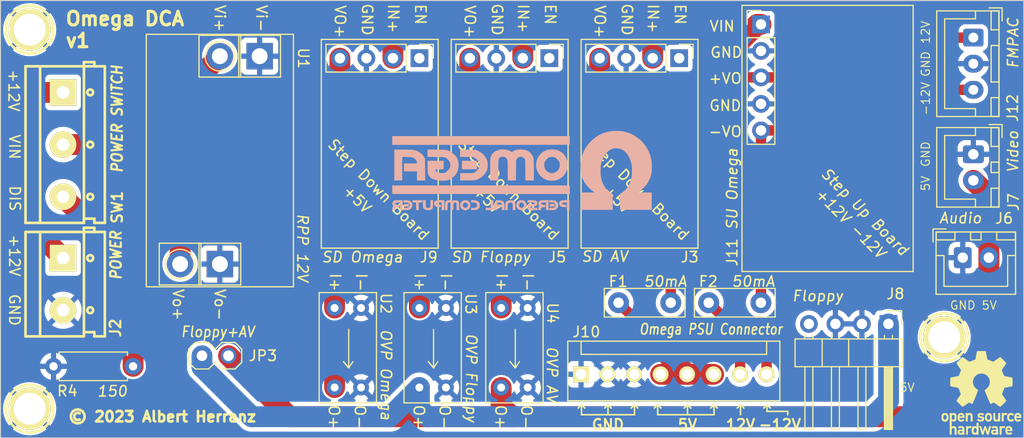
<source format=kicad_pcb>
(kicad_pcb (version 20221018) (generator pcbnew)
  (layers (0 "F.Cu" mixed) (31 "B.Cu" power) (34 "B.Paste" user) (35 "F.Paste" user) (36 "B.SilkS" user "B.Silkscreen") (37 "F.SilkS" user "F.Silkscreen") (38 "B.Mask" user) (39 "F.Mask" user) (44 "Edge.Cuts" user))
  (net 0 "")
  (net 1 "GND")
  (net 2 "VDD")
  (net 3 "Net-(F1-Pad2)")
  (net 4 "VSS")
  (net 5 "Net-(F2-Pad2)")
  (net 7 "/AV_5V")
  (net 9 "/FLOPPY_5V")
  (net 10 "/OMEGA_5V")
  (net 11 "/VIN")
  (net 12 "Net-(R4-Pad1)")
  (net 15 "/12V IN")
  (net 16 "+12V")
  (net 17 "Net-(J9-PadVO+)")
  (net 18 "Net-(J5-PadVO+)")
  (net 19 "Net-(J3-PadVO+)")
  (footprint "My_Components:Conn_Friction_Lock_8P_2.54mm" (layer "F.Cu") (at 80.518 140.716)
    (fp_text reference "J10" (at -8.382 -4.064) (layer "F.SilkS"))
    (fp_text value "Omega PSU Connector" (at 3.556 -4.318) (layer "F.SilkS") (effects (font (size 1 0.8) (thickness 0.15) italic)))
    (pad "1" thru_hole rect (at -8.89 0) (size 1.524 1.524) (drill 1.016) (layers "*.Cu" "*.Mask" "F.SilkS") (net 1 "GND"))
    (pad "2" thru_hole circle (at -6.35 0) (size 1.524 1.524) (drill 1.016) (layers "*.Cu" "*.Mask" "F.SilkS") (net 1 "GND"))
    (pad "3" thru_hole circle (at -3.81 0) (size 1.524 1.524) (drill 1.016) (layers "*.Cu" "*.Mask" "F.SilkS") (net 1 "GND"))
    (pad "4" thru_hole circle (at -1.27 0) (size 1.524 1.524) (drill 1.016) (layers "*.Cu" "*.Mask" "F.SilkS") (net 10 "/OMEGA_5V"))
    (pad "5" thru_hole circle (at 1.27 0) (size 1.524 1.524) (drill 1.016) (layers "*.Cu" "*.Mask" "F.SilkS") (net 10 "/OMEGA_5V"))
    (pad "6" thru_hole circle (at 3.81 0) (size 1.524 1.524) (drill 1.016) (layers "*.Cu" "*.Mask" "F.SilkS") (net 10 "/OMEGA_5V"))
    (pad "7" thru_hole circle (at 6.35 0) (size 1.524 1.524) (drill 1.016) (layers "*.Cu" "*.Mask" "F.SilkS") (net 3 "Net-(F1-Pad2)"))
    (pad "8" thru_hole circle (at 8.89 0) (size 1.524 1.524) (drill 1.016) (layers "*.Cu" "*.Mask" "F.SilkS") (net 5 "Net-(F2-Pad2)"))
  )
  (footprint "Capacitor_THT:C_Disc_D7.5mm_W2.5mm_P5.00mm" (layer "F.Cu") (at 88.86 133.858 180)
    (fp_text reference "F2" (at 5.04 2.032) (layer "F.SilkS"))
    (fp_text value "50mA" (at 0.722 2.032) (layer "F.SilkS") (effects (font (thickness 0.15) italic)))
    (pad "1" thru_hole circle (at 0 0 180) (size 2 2) (drill 1) (layers "*.Cu" "*.Mask") (net 4 "VSS"))
    (pad "2" thru_hole circle (at 5 0 180) (size 2 2) (drill 1) (layers "*.Cu" "*.Mask") (net 5 "Net-(F2-Pad2)"))
  )
  (footprint "My_Components:Conn_Pin_Header_2x1_2.54mm_NoKey" (layer "F.Cu") (at 36.576 138.938)
    (fp_text reference "JP3" (at 4.572 0) (layer "F.SilkS"))
    (fp_text value "Floppy+AV" (at 0.254 -2.286) (layer "F.SilkS") (effects (font (size 1 0.9) (thickness 0.15) italic)))
    (pad "1" thru_hole circle (at -1.27 0) (size 1.524 1.524) (drill 1.016) (layers "*.Cu" "*.Mask") (net 9 "/FLOPPY_5V"))
    (pad "2" thru_hole circle (at 1.27 0) (size 1.524 1.524) (drill 1.016) (layers "*.Cu" "*.Mask") (net 7 "/AV_5V"))
  )
  (footprint "My_Components:StepDown_DC-DC_MP2315" (layer "F.Cu") (at 60.3395 122.428 180)
    (fp_text reference "J9" (at 3.302 -7.0612) (layer "F.SilkS"))
    (fp_text value "SD Omega" (at 9.652 -7.0612) (layer "F.SilkS") (effects (font (thickness 0.15) italic)))
    (fp_text user "VO+" (at 11.8 15.5 270 unlocked) (layer "F.SilkS"))
    (fp_text user "EN" (at 4.1 16.2 270 unlocked) (layer "F.SilkS"))
    (fp_text user "+5V" (at 10.16 -1.524 315 unlocked) (layer "F.SilkS"))
    (fp_text user "GND" (at 9.2 15.7 270 unlocked) (layer "F.SilkS"))
    (fp_text user "Step Down Board" (at 8.1 -0.6 315 unlocked) (layer "F.SilkS"))
    (fp_text user "IN+" (at 6.7 15.8 270 unlocked) (layer "F.SilkS"))
    (pad "EN" thru_hole rect (at 4.2 12 270) (size 1.7 1.7) (drill 1) (layers "*.Cu" "*.Mask"))
    (pad "GND" thru_hole oval (at 9.28 12 270) (size 1.7 1.7) (drill 1) (layers "*.Cu" "*.Mask") (net 1 "GND"))
    (pad "IN+" thru_hole oval (at 6.74 12 270) (size 1.7 1.7) (drill 1) (layers "*.Cu" "*.Mask") (net 11 "/VIN"))
    (pad "VO+" thru_hole oval (at 11.82 12 270) (size 1.7 1.7) (drill 1) (layers "*.Cu" "*.Mask") (net 17 "Net-(J9-PadVO+)"))
  )
  (footprint "Connector_JST:JST_XH_B2B-XH-A_1x02_P2.50mm_Vertical" (layer "F.Cu") (at 109.22 119.634 -90)
    (fp_text reference "J7" (at 4.576 -3.843 90) (layer "F.SilkS"))
    (fp_text value "Video" (at -0.274 -3.793 90) (layer "F.SilkS") (effects (font (thickness 0.15) italic)))
    (pad "1" thru_hole roundrect (at 0 0 270) (size 1.7 2) (drill 1) (layers "*.Cu" "*.Mask") (roundrect_rratio 0.1470588235) (net 1 "GND"))
    (pad "2" thru_hole oval (at 2.5 0 270) (size 1.7 2) (drill 1) (layers "*.Cu" "*.Mask") (net 7 "/AV_5V"))
  )
  (footprint "My_Components:Conn_Term_Block_3_5.00mm" (layer "F.Cu") (at 21.99614 118.7064 -90)
    (fp_text reference "SW1" (at 6.01 -5.18 90) (layer "F.SilkS") (effects (font (size 1.016 1.016) (thickness 0.2032))))
    (fp_text value "POWER SWITCH" (at -2.46 -5.18 90) (layer "F.SilkS") (effects (font (size 1.016 0.9144) (thickness 0.2032) italic)))
    (pad "1" thru_hole rect (at -4.99872 0 270) (size 2.54 2.54) (drill 1.19888) (layers "*.Cu" "*.Mask" "F.SilkS") (net 16 "+12V"))
    (pad "2" thru_hole circle (at 0 0 270) (size 2.54 2.54) (drill 1.19888) (layers "*.Cu" "*.Mask" "F.SilkS") (net 15 "/12V IN"))
    (pad "3" thru_hole circle (at 5.00126 0 270) (size 2.54 2.54) (drill 1.19888) (layers "*.Cu" "*.Mask" "F.SilkS") (net 12 "Net-(R4-Pad1)"))
  )
  (footprint "Resistor_THT:R_Axial_DIN0207_L6.3mm_D2.5mm_P7.62mm_Horizontal" (layer "F.Cu") (at 28.702 139.954 180)
    (fp_text reference "R4" (at 6.2992 -2.37) (layer "F.SilkS"))
    (fp_text value "150" (at 1.9812 -2.3876) (layer "F.SilkS") (effects (font (thickness 0.15) italic)))
    (pad "1" thru_hole circle (at 0 0 180) (size 1.6 1.6) (drill 0.8) (layers "*.Cu" "*.Mask") (net 12 "Net-(R4-Pad1)"))
    (pad "2" thru_hole oval (at 7.62 0 180) (size 1.6 1.6) (drill 0.8) (layers "*.Cu" "*.Mask") (net 1 "GND"))
  )
  (footprint "My_Components:StepUp_DC-DC_Dual" (layer "F.Cu") (at 93.95 112.268 -90)
    (fp_text reference "J11" (at 16.764 7.844 90) (layer "F.SilkS"))
    (fp_text value "SU Omega" (at 10.668 7.844 90) (layer "F.SilkS") (effects (font (thickness 0.15) italic)))
    (fp_text user "+VO" (at 0.1 8.5 unlocked) (layer "F.SilkS"))
    (fp_text user "GND" (at -2.4 8.4 unlocked) (layer "F.SilkS"))
    (fp_text user "GND" (at 2.7 8.5 unlocked) (layer "F.SilkS"))
    (fp_text user "Step Up Board" (at 12.9 -4.9 -45 unlocked) (layer "F.SilkS") (effects (font (thickness 0.15) italic)))
    (fp_text user "VIN" (at -4.9 8.8 unlocked) (layer "F.SilkS"))
    (fp_text user "-VO" (at 5.2 8.5 unlocked) (layer "F.SilkS"))
    (fp_text user "+12V -12V" (at 14 -3.5 -45 unlocked) (layer "F.SilkS") (effects (font (thickness 0.15) italic)))
    (pad "1" thru_hole rect (at -5.08 5.08) (size 1.7 1.7) (drill 1) (layers "*.Cu" "*.Mask") (net 10 "/OMEGA_5V"))
    (pad "2" thru_hole oval (at -2.54 5.08) (size 1.7 1.7) (drill 1) (layers "*.Cu" "*.Mask") (net 1 "GND"))
    (pad "3" thru_hole oval (at 0 5.08) (size 1.7 1.7) (drill 1) (layers "*.Cu" "*.Mask") (net 2 "VDD"))
    (pad "4" thru_hole oval (at 2.54 5.08) (size 1.7 1.7) (drill 1) (layers "*.Cu" "*.Mask") (net 1 "GND"))
    (pad "5" thru_hole oval (at 5.08 5.08) (size 1.7 1.7) (drill 1) (layers "*.Cu" "*.Mask") (net 4 "VSS"))
  )
  (footprint "Symbol:OSHW-Logo_7.5x8mm_SilkScreen" (layer "F.Cu") (at 109.982 142.494)
    (fp_text reference "REF**" hide)
    (fp_text value "OSHW-Logo_7.5x8mm_SilkScreen" hide)
  )
  (footprint "Connector_JST:JST_XH_B3B-XH-A_1x03_P2.50mm_Vertical" (layer "F.Cu") (at 109.22 108.458 -90)
    (fp_text reference "J12" (at 5.306 -3.7618 90) (layer "F.SilkS") (effects (justify right)))
    (fp_text value "FMPAC" (at 0.508 -3.81 90) (layer "F.SilkS") (effects (font (thickness 0.15) italic)))
    (pad "1" thru_hole roundrect (at 0 0 270) (size 1.7 1.95) (drill 0.95) (layers "*.Cu" "*.Mask") (roundrect_rratio 0.1470588235) (net 2 "VDD"))
    (pad "2" thru_hole oval (at 2.5 0 270) (size 1.7 1.95) (drill 0.95) (layers "*.Cu" "*.Mask") (net 1 "GND"))
    (pad "3" thru_hole oval (at 5 0 270) (size 1.7 1.95) (drill 0.95) (layers "*.Cu" "*.Mask") (net 4 "VSS"))
  )
  (footprint "My_Components:StepDown_DC-DC_MP2315" (layer "F.Cu") (at 85.2315 122.428 180)
    (fp_text reference "J3" (at 3.1895 -7.0612) (layer "F.SilkS"))
    (fp_text value "SD AV" (at 11.3175 -7) (layer "F.SilkS") (effects (font (thickness 0.15) italic)))
    (fp_text user "GND" (at 9.2 15.7 270 unlocked) (layer "F.SilkS"))
    (fp_text user "IN+" (at 6.7 15.8 270 unlocked) (layer "F.SilkS"))
    (fp_text user "Step Down Board" (at 8.1 -0.6 315 unlocked) (layer "F.SilkS"))
    (fp_text user "VO+" (at 11.8 15.5 270 unlocked) (layer "F.SilkS"))
    (fp_text user "EN" (at 4.1 16.2 270 unlocked) (layer "F.SilkS"))
    (fp_text user "+5V" (at 10.16 -1.524 315 unlocked) (layer "F.SilkS"))
    (pad "EN" thru_hole rect (at 4.2 12 270) (size 1.7 1.7) (drill 1) (layers "*.Cu" "*.Mask"))
    (pad "GND" thru_hole oval (at 9.28 12 270) (size 1.7 1.7) (drill 1) (layers "*.Cu" "*.Mask") (net 1 "GND"))
    (pad "IN+" thru_hole oval (at 6.74 12 270) (size 1.7 1.7) (drill 1) (layers "*.Cu" "*.Mask") (net 11 "/VIN"))
    (pad "VO+" thru_hole oval (at 11.82 12 270) (size 1.7 1.7) (drill 1) (layers "*.Cu" "*.Mask") (net 19 "Net-(J3-PadVO+)"))
  )
  (footprint "My_Components:Hole_3mm" (layer "F.Cu") (at 18.796 107.696)
    (fp_text reference "HOLE1" hide)
    (fp_text value "HOLE" hide)
    (pad "1" thru_hole circle (at 0 0) (size 4.064 4.064) (drill 3.048) (layers "*.Cu" "*.Mask" "F.SilkS") (net 1 "GND"))
  )
  (footprint "My_Components:OVP_Module_5.5V_2.5A_30V" (layer "F.Cu") (at 60.8295 138.8075 -90)
    (fp_text reference "U4" (at -3.945 -8.065 -90 unlocked) (layer "F.SilkS"))
    (fp_text value "OVP AV" hide)
    (fp_text user "${VALUE}" (at 1.9593 -8.0168 -90 unlocked) (layer "F.SilkS") (effects (font (thickness 0.15) italic)))
    (fp_text user "O-" (at 6 -5.585 -90 unlocked) (layer "F.SilkS"))
    (fp_text user "I+" (at -6.9 -3.205 -90 unlocked) (layer "F.SilkS"))
    (fp_text user "O+" (at 6 -3.1 -90 unlocked) (layer "F.SilkS"))
    (fp_text user "I-" (at -6.9 -5.7 -90 unlocked) (layer "F.SilkS"))
    (pad "1" thru_hole circle (at -4.445 -5.685 270) (size 1.524 1.524) (drill 0.762) (layers "*.Cu" "*.Mask") (net 1 "GND"))
    (pad "2" thru_hole circle (at -4.445 -3.145 270) (size 1.524 1.524) (drill 0.762) (layers "*.Cu" "*.Mask") (net 19 "Net-(J3-PadVO+)"))
    (pad "3" thru_hole circle (at 3.175 -5.685 270) (size 1.524 1.524) (drill 0.762) (layers "*.Cu" "*.Mask") (net 1 "GND"))
    (pad "4" thru_hole circle (at 3.175 -3.145 270) (size 1.524 1.524) (drill 0.762) (layers "*.Cu" "*.Mask") (net 7 "/AV_5V"))
  )
  (footprint "My_Components:OVP_Module_5.5V_2.5A_30V" (layer "F.Cu") (at 52.994 138.8075 -90)
    (fp_text reference "U3" (at -4.826 -8.065 -90 unlocked) (layer "F.SilkS"))
    (fp_text value "OVP Floppy" hide)
    (fp_text user "O+" (at 6 -3.1 -90 unlocked) (layer "F.SilkS"))
    (fp_text user "O-" (at 6 -5.585 -90 unlocked) (layer "F.SilkS"))
    (fp_text user "${VALUE}" (at 2.286 -8.1184 -90 unlocked) (layer "F.SilkS") (effects (font (thickness 0.15) italic)))
    (fp_text user "I-" (at -6.9 -5.7 -90 unlocked) (layer "F.SilkS"))
    (fp_text user "I+" (at -6.9 -3.205 -90 unlocked) (layer "F.SilkS"))
    (pad "1" thru_hole circle (at -4.445 -5.685 270) (size 1.524 1.524) (drill 0.762) (layers "*.Cu" "*.Mask") (net 1 "GND"))
    (pad "2" thru_hole circle (at -4.445 -3.145 270) (size 1.524 1.524) (drill 0.762) (layers "*.Cu" "*.Mask") (net 18 "Net-(J5-PadVO+)"))
    (pad "3" thru_hole circle (at 3.175 -5.685 270) (size 1.524 1.524) (drill 0.762) (layers "*.Cu" "*.Mask") (net 1 "GND"))
    (pad "4" thru_hole circle (at 3.175 -3.145 270) (size 1.524 1.524) (drill 0.762) (layers "*.Cu" "*.Mask") (net 9 "/FLOPPY_5V"))
  )
  (footprint "Connector_PinHeader_2.54mm:PinHeader_1x04_P2.54mm_Horizontal" (layer "F.Cu") (at 101.082 135.89 -90)
    (fp_text reference "J8" (at -2.8766 -0.6736) (layer "F.SilkS"))
    (fp_text value "Floppy" (at -2.6766 6.7664) (layer "F.SilkS") (effects (font (thickness 0.15) italic)))
    (pad "1" thru_hole rect (at 0 0 270) (size 1.7 1.7) (drill 1) (layers "*.Cu" "*.Mask") (net 9 "/FLOPPY_5V"))
    (pad "2" thru_hole oval (at 0 2.54 270) (size 1.7 1.7) (drill 1) (layers "*.Cu" "*.Mask") (net 1 "GND"))
    (pad "3" thru_hole oval (at 0 5.08 270) (size 1.7 1.7) (drill 1) (layers "*.Cu" "*.Mask") (net 1 "GND"))
    (pad "4" thru_hole oval (at 0 7.62 270) (size 1.7 1.7) (drill 1) (layers "*.Cu" "*.Mask"))
  )
  (footprint "Capacitor_THT:C_Disc_D7.5mm_W2.5mm_P5.00mm" (layer "F.Cu") (at 80.224 133.858 180)
    (fp_text reference "F1" (at 5.04 2.032) (layer "F.SilkS"))
    (fp_text value "50mA" (at 0.508 2.032) (layer "F.SilkS") (effects (font (thickness 0.15) italic)))
    (pad "1" thru_hole circle (at 0 0 180) (size 2 2) (drill 1) (layers "*.Cu" "*.Mask") (net 2 "VDD"))
    (pad "2" thru_hole circle (at 5 0 180) (size 2 2) (drill 1) (layers "*.Cu" "*.Mask") (net 3 "Net-(F1-Pad2)"))
  )
  (footprint "My_Components:OVP_Module_5.5V_2.5A_30V" (layer "F.Cu") (at 44.866 138.8075 -90)
    (fp_text reference "U2" (at -4.8768 -8.065 -90 unlocked) (layer "F.SilkS"))
    (fp_text value "OVP Omega" hide)
    (fp_text user "I+" (at -6.9 -3.205 -90 unlocked) (layer "F.SilkS"))
    (fp_text user "I-" (at -6.9 -5.7 -90 unlocked) (layer "F.SilkS"))
    (fp_text user "${VALUE}" (at 1.9812 -8.0772 -90 unlocked) (layer "F.SilkS") (effects (font (thickness 0.15) italic)))
    (fp_text user "O+" (at 6 -3.1 -90 unlocked) (layer "F.SilkS"))
    (fp_text user "O-" (at 6 -5.585 -90 unlocked) (layer "F.SilkS"))
    (pad "1" thru_hole circle (at -4.445 -5.685 270) (size 1.524 1.524) (drill 0.762) (layers "*.Cu" "*.Mask") (net 1 "GND"))
    (pad "2" thru_hole circle (at -4.445 -3.145 270) (size 1.524 1.524) (drill 0.762) (layers "*.Cu" "*.Mask") (net 17 "Net-(J9-PadVO+)"))
    (pad "3" thru_hole circle (at 3.175 -5.685 270) (size 1.524 1.524) (drill 0.762) (layers "*.Cu" "*.Mask") (net 1 "GND"))
    (pad "4" thru_hole circle (at 3.175 -3.145 270) (size 1.524 1.524) (drill 0.762) (layers "*.Cu" "*.Mask") (net 10 "/OMEGA_5V"))
  )
  (footprint "My_Components:Conn_Term_Block_2_5.00mm" (layer "F.Cu") (at 21.99614 132.08 -90)
    (fp_text reference "J2" (at 4.19061 -5.02066 90) (layer "F.SilkS") (effects (font (size 1.016 1.016) (thickness 0.2032))))
    (fp_text value "POWER" (at -2.76939 -5.07066 90) (layer "F.SilkS") (effects (font (size 1.016 0.9144) (thickness 0.2032) italic)))
    (pad "1" thru_hole rect (at -2.49936 0 270) (size 2.54 2.54) (drill 1.19888) (layers "*.Cu" "*.Mask" "F.SilkS") (net 16 "+12V"))
    (pad "2" thru_hole circle (at 2.49936 0 270) (size 2.54 2.54) (drill 1.19888) (layers "*.Cu" "*.Mask" "F.SilkS") (net 1 "GND"))
  )
  (footprint "My_Components:Hole_3mm" (layer "F.Cu") (at 106.426 137.16)
    (fp_text reference "HOLE5" hide)
    (fp_text value "HOLE" hide)
    (pad "1" thru_hole circle (at 0 0) (size 4.064 4.064) (drill 3.048) (layers "*.Cu" "*.Mask" "F.SilkS") (net 1 "GND"))
  )
  (footprint "My_Components:StepDown_DC-DC_MP2315" (layer "F.Cu") (at 72.7855 122.428 180)
    (fp_text reference "J5" (at 3.4435 -7.0612) (layer "F.SilkS"))
    (fp_text value "SD Floppy" (at 9.7935 -7.0612) (layer "F.SilkS") (effects (font (thickness 0.15) italic)))
    (fp_text user "GND" (at 9.2 15.7 270 unlocked) (layer "F.SilkS"))
    (fp_text user "IN+" (at 6.7 15.8 270 unlocked) (layer "F.SilkS"))
    (fp_text user "Step Down Board" (at 8.1 -0.6 315 unlocked) (layer "F.SilkS"))
    (fp_text user "VO+" (at 11.8 15.5 270 unlocked) (layer "F.SilkS"))
    (fp_text user "+5V" (at 10.16 -1.524 315 unlocked) (layer "F.SilkS"))
    (fp_text user "EN" (at 4.1 16.2 270 unlocked) (layer "F.SilkS"))
    (pad "EN" thru_hole rect (at 4.2 12 270) (size 1.7 1.7) (drill 1) (layers "*.Cu" "*.Mask"))
    (pad "GND" thru_hole oval (at 9.28 12 270) (size 1.7 1.7) (drill 1) (layers "*.Cu" "*.Mask") (net 1 "GND"))
    (pad "IN+" thru_hole oval (at 6.74 12 270) (size 1.7 1.7) (drill 1) (layers "*.Cu" "*.Mask") (net 11 "/VIN"))
    (pad "VO+" thru_hole oval (at 11.82 12 270) (size 1.7 1.7) (drill 1) (layers "*.Cu" "*.Mask") (net 18 "Net-(J5-PadVO+)"))
  )
  (footprint "My_Components:Hole_3mm" (layer "F.Cu") (at 18.796 144.018)
    (fp_text reference "HOLE3" hide)
    (fp_text value "HOLE" hide)
    (pad "1" thru_hole circle (at 0 0) (size 4.064 4.064) (drill 3.048) (layers "*.Cu" "*.Mask" "F.SilkS") (net 1 "GND"))
  )
  (footprint "Connector_JST:JST_XH_B2B-XH-A_1x02_P2.50mm_Vertical" (layer "F.Cu") (at 108.204 129.54)
    (fp_text reference "J6" (at 3.9598 -3.7618) (layer "F.SilkS"))
    (fp_text value "Audio" (at -0.208 -3.793) (layer "F.SilkS") (effects (font (thickness 0.15) italic)))
    (pad "1" thru_hole roundrect (at 0 0) (size 1.7 2) (drill 1) (layers "*.Cu" "*.Mask") (roundrect_rratio 0.1470588235) (net 1 "GND"))
    (pad "2" thru_hole oval (at 2.5 0) (size 1.7 2) (drill 1) (layers "*.Cu" "*.Mask") (net 7 "/AV_5V"))
  )
  (footprint "My_Components:IdealDiode_3-30V-4A" (layer "F.Cu") (at 33.02 119.38 -90)
    (fp_text reference "U1" (at -8.9535 -12.0015 -90 unlocked) (layer "F.SilkS"))
    (fp_text value "RPP 12V" (at 9.22655 -11.9253 -90 unlocked) (layer "F.SilkS") (effects (font (thickness 0.15) italic)))
    (fp_text user "Vi+" (at -12.7635 -4.0005 -90 unlocked) (layer "F.SilkS"))
    (fp_text user "Vo+" (at 14.6685 0 -90 unlocked) (layer "F.SilkS"))
    (fp_text user "Vi-" (at -12.7635 -8.001 -90 unlocked) (layer "F.SilkS"))
    (fp_text user "Vo-" (at 14.6685 -4.0005 -90 unlocked) (layer "F.SilkS"))
    (pad "1" thru_hole rect (at -9.144 -7.8105 270) (size 2.54 2.54) (drill 1.524) (layers "*.Cu" "*.Mask") (net 1 "GND"))
    (pad "2" thru_hole circle (at -9.144 -4 270) (size 2.54 2.54) (drill 1.524) (layers "*.Cu" "*.Mask") (net 15 "/12V IN"))
    (pad "3" thru_hole rect (at 10.777787 -4.0005 270) (size 2.54 2.54) (drill 1.524) (layers "*.Cu" "*.Mask") (net 1 "GND"))
    (pad "4" thru_hole circle (at 10.777787 -0.1905 270) (size 2.54 2.54) (drill 1.524) (layers "*.Cu" "*.Mask") (net 11 "/VIN"))
  )
  (footprint "LOGO" (layer "B.Cu") (at 66.04 121.158 180)
    (fp_text reference "G***" hide)
    (fp_text value "LOGO" hide)
  )
  (gr_line (start 74.208 143.637) (end 74.5255 143.9545) (stroke (width 0.15)) (layer "F.SilkS"))
  (gr_line (start 86.908 144.5895) (end 86.908 143.637) (stroke (width 0.15)) (layer "F.SilkS"))
  (gr_line (start 81.828 144.5895) (end 81.828 143.637) (stroke (width 0.15)) (layer "F.SilkS"))
  (gr_line (start 87.2255 143.9545) (end 86.908 143.637) (stroke (width 0.15)) (layer "F.SilkS"))
  (gr_line (start 76.748 143.637) (end 77.0655 143.9545) (stroke (width 0.15)) (layer "F.SilkS"))
  (gr_line (start 81.5105 143.9545) (end 81.828 143.637) (stroke (width 0.15)) (layer "F.SilkS"))
  (gr_line (start 89.1305 143.9545) (end 89.448 143.637) (stroke (width 0.15)) (layer "F.SilkS"))
  (gr_line (start 74.208 144.5895) (end 74.208 143.637) (stroke (width 0.15)) (layer "F.SilkS"))
  (gr_line (start 89.448 144.272) (end 91.44 144.272) (stroke (width 0.15)) (layer "F.SilkS"))
  (gr_line (start 91.44 144.272) (end 91.44 144.5895) (stroke (width 0.15)) (layer "F.SilkS"))
  (gr_line (start 89.448 143.637) (end 89.448 144.272) (stroke (width 0.15)) (layer "F.SilkS"))
  (gr_line (start 78.9705 143.637) (end 78.9705 144.5895) (stroke (width 0.15)) (layer "F.SilkS"))
  (gr_line (start 89.7655 143.9545) (end 89.448 143.637) (stroke (width 0.15)) (layer "F.SilkS"))
  (gr_line (start 79.288 143.9545) (end 78.9705 143.637) (stroke (width 0.15)) (layer "F.SilkS"))
  (gr_line (start 78.9705 144.5895) (end 84.368 144.5895) (stroke (width 0.15)) (layer "F.SilkS"))
  (gr_line (start 73.8905 143.9545) (end 74.208 143.637) (stroke (width 0.15)) (layer "F.SilkS"))
  (gr_line (start 76.4305 143.9545) (end 76.748 143.637) (stroke (width 0.15)) (layer "F.SilkS"))
  (gr_line (start 71.668 144.5895) (end 76.748 144.5895) (stroke (width 0.15)) (layer "F.SilkS"))
  (gr_line (start 84.0505 143.9545) (end 84.368 143.637) (stroke (width 0.15)) (layer "F.SilkS"))
  (gr_line (start 71.668 143.637) (end 71.9855 143.9545) (stroke (width 0.15)) (layer "F.SilkS"))
  (gr_line (start 82.1455 143.9545) (end 81.828 143.637) (stroke (width 0.15)) (layer "F.SilkS"))
  (gr_line (start 84.6855 143.9545) (end 84.368 143.637) (stroke (width 0.15)) (layer "F.SilkS"))
  (gr_line (start 71.668 143.637) (end 71.668 144.5895) (stroke (width 0.15)) (layer "F.SilkS"))
  (gr_line (start 86.908 143.637) (end 86.5905 143.9545) (stroke (width 0.15)) (layer "F.SilkS"))
  (gr_line (start 78.653 143.9545) (end 78.9705 143.637) (stroke (width 0.15)) (layer "F.SilkS"))
  (gr_line (start 76.748 144.5895) (end 76.748 143.637) (stroke (width 0.15)) (layer "F.SilkS"))
  (gr_line (start 71.3505 143.9545) (end 71.668 143.637) (stroke (width 0.15)) (layer "F.SilkS"))
  (gr_line (start 84.368 144.5895) (end 84.368 143.637) (stroke (width 0.15)) (layer "F.SilkS"))
  (gr_rect (start 16.002 104.902) (end 114.046 146.812) (stroke (width 0.1)) (fill none) (layer "Edge.Cuts"))
  (gr_text "5V" (at 81.828 145.542) (layer "F.SilkS") (effects (font (size 1 1) (thickness 0.2))))
  (gr_text "© 2023 Albert Herranz" (at 31.496 144.78) (layer "F.SilkS") (effects (font (size 1 1) (thickness 0.25))))
  (gr_text "-12V" (at 104.648 114.3 90) (layer "F.SilkS") (effects (font (size 0.8 0.8) (thickness 0.1))))
  (gr_text "12V" (at 104.648 107.95 90) (layer "F.SilkS") (effects (font (size 0.8 0.8) (thickness 0.1))))
  (gr_text "5V" (at 104.648 122.428 90) (layer "F.SilkS") (effects (font (size 0.8 0.8) (thickness 0.1))))
  (gr_text "-12V" (at 90.678 145.542) (layer "F.SilkS") (effects (font (size 1 1) (thickness 0.2))))
  (gr_text "VIN" (at 17.342 118.928 -90) (layer "F.SilkS") (effects (font (size 1 1))))
  (gr_text "12V" (at 86.908 145.542) (layer "F.SilkS") (effects (font (size 1 1) (thickness 0.2))))
  (gr_text "5V" (at 110.744 134.112) (layer "F.SilkS") (effects (font (size 0.8 0.8) (thickness 0.1))))
  (gr_text "5V" (at 102.87 141.986) (layer "F.SilkS") (effects (font (size 0.8 0.8) (thickness 0.1))))
  (gr_text "DIS" (at 17.372 123.858 -90) (layer "F.SilkS") (effects (font (size 1 1))))
  (gr_text "GND" (at 108.204 134.112) (layer "F.SilkS") (effects (font (size 0.8 0.8) (thickness 0.1))))
  (gr_text "+12V" (at 17.33834 129.3386 -90) (layer "F.SilkS") (effects (font (size 1 1))))
  (gr_text "GND" (at 104.648 119.622 90) (layer "F.SilkS") (effects (font (size 0.8 0.8) (thickness 0.1))))
  (gr_text "Omega DCA\nv1" (at 22.098 107.696) (layer "F.SilkS") (effects (font (size 1.3 1.3) (thickness 0.3)) (justify left)))
  (gr_text "GND" (at 104.648 110.986 90) (layer "F.SilkS") (effects (font (size 0.8 0.8) (thickness 0.1))))
  (gr_text "+12V" (at 17.272 113.538 -90) (layer "F.SilkS") (effects (font (size 1 1))))
  (gr_text "GND" (at 74.208 145.542) (layer "F.SilkS") (effects (font (size 1 1) (thickness 0.2))))
  (gr_text "GND" (at 17.33834 134.5486 -90) (layer "F.SilkS") (effects (font (size 1 1))))
  (segment (start 95.25 108.458) (end 91.44 112.268) (width 1) (layer "F.Cu") (net 2))
  (segment (start 80.224 119.166) (end 80.224 133.858) (width 1) (layer "F.Cu") (net 2))
  (segment (start 87.122 112.268) (end 80.224 119.166) (width 1) (layer "F.Cu") (net 2))
  (segment (start 88.87 112.268) (end 87.122 112.268) (width 1) (layer "F.Cu") (net 2))
  (segment (start 109.22 108.458) (end 95.25 108.458) (width 1) (layer "F.Cu") (net 2))
  (segment (start 88.87 112.268) (end 91.44 112.268) (width 1) (layer "F.Cu") (net 2))
  (segment (start 83.566 135.89) (end 77.256 135.89) (width 1) (layer "F.Cu") (net 3))
  (segment (start 77.256 135.89) (end 75.224 133.858) (width 1) (layer "F.Cu") (net 3))
  (segment (start 86.868 139.192) (end 83.566 135.89) (width 1) (layer "F.Cu") (net 3))
  (segment (start 86.868 140.716) (end 86.868 139.192) (width 1) (layer "F.Cu") (net 3))
  (segment (start 88.87 117.348) (end 91.694 117.348) (width 1) (layer "F.Cu") (net 4))
  (segment (start 88.87 117.348) (end 88.87 133.848) (width 1) (layer "F.Cu") (net 4))
  (segment (start 88.87 133.848) (end 88.86 133.858) (width 1) (layer "F.Cu") (net 4))
  (segment (start 109.22 113.458) (end 95.584 113.458) (width 1) (layer "F.Cu") (net 4))
  (segment (start 95.584 113.458) (end 91.694 117.348) (width 1) (layer "F.Cu") (net 4))
  (segment (start 83.86 133.858) (end 89.408 139.406) (width 1) (layer "F.Cu") (net 5))
  (segment (start 89.408 139.406) (end 89.408 140.716) (width 1) (layer "F.Cu") (net 5))
  (segment (start 63.9745 141.9825) (end 63.9745 143.7305) (width 2) (layer "F.Cu") (net 7))
  (segment (start 63.9745 143.7305) (end 65.024 144.78) (width 2) (layer "F.Cu") (net 7))
  (segment (start 110.744 143.256) (end 110.704 143.216) (width 2) (layer "F.Cu") (net 7))
  (segment (start 65.024 144.78) (end 109.22 144.78) (width 2) (layer "F.Cu") (net 7))
  (segment (start 65.024 144.78) (end 43.688 144.78) (width 2) (layer "F.Cu") (net 7))
  (segment (start 110.704 123.618) (end 109.22 122.134) (width 2) (layer "F.Cu") (net 7))
  (segment (start 109.22 144.78) (end 110.744 143.256) (width 2) (layer "F.Cu") (net 7))
  (segment (start 110.704 129.54) (end 110.704 123.618) (width 2) (layer "F.Cu") (net 7))
  (segment (start 43.688 144.78) (end 37.846 138.938) (width 2) (layer "F.Cu") (net 7))
  (segment (start 110.704 143.216) (end 110.704 129.54) (width 2) (layer "F.Cu") (net 7))
  (segment (start 101.092 136.259138) (end 101.092 143.256) (width 2) (layer "B.Cu") (net 9))
  (segment (start 53.3415 144.78) (end 40.07037 144.78) (width 2) (layer "B.Cu") (net 9))
  (segment (start 40.07037 144.78) (end 35.306 140.01563) (width 2) (layer "B.Cu") (net 9))
  (segment (start 35.306 140.01563) (end 35.306 138.938) (width 2) (layer "B.Cu") (net 9))
  (segment (start 56.139 144.023) (end 56.139 141.9825) (width 2) (layer "B.Cu") (net 9))
  (segment (start 56.896 144.78) (end 56.139 144.023) (width 2) (layer "B.Cu") (net 9))
  (segment (start 101.082 135.89) (end 101.082 136.249138) (width 2) (layer "B.Cu") (net 9))
  (segment (start 101.092 143.256) (end 99.568 144.78) (width 2) (layer "B.Cu") (net 9))
  (segment (start 56.139 141.9825) (end 53.3415 144.78) (width 2) (layer "B.Cu") (net 9))
  (segment (start 101.082 136.249138) (end 101.092 136.259138) (width 2) (layer "B.Cu") (net 9))
  (segment (start 99.568 144.78) (end 56.896 144.78) (width 2) (layer "B.Cu") (net 9))
  (segment (start 81.788 140.716) (end 79.248 140.716) (width 2) (layer "F.Cu") (net 10))
  (segment (start 88.510862 107.188) (end 71.374 124.324862) (width 2) (layer "F.Cu") (net 10))
  (segment (start 48.011 139.187) (end 49.276 137.922) (width 2) (layer "F.Cu") (net 10))
  (segment (start 81.788 140.716) (end 84.328 140.716) (width 2) (layer "F.Cu") (net 10))
  (segment (start 48.011 141.9825) (end 48.011 139.187) (width 2) (layer "F.Cu") (net 10))
  (segment (start 88.87 107.188) (end 88.510862 107.188) (width 2) (layer "F.Cu") (net 10))
  (segment (start 81.788 140.716) (end 78.994 137.922) (width 2) (layer "F.Cu") (net 10))
  (segment (start 71.374 137.922) (end 49.276 137.922) (width 2) (layer "F.Cu") (net 10))
  (segment (start 71.374 124.324862) (end 71.374 137.922) (width 2) (layer "F.Cu") (net 10))
  (segment (start 78.994 137.922) (end 71.374 137.922) (width 2) (layer "F.Cu") (net 10))
  (segment (start 76.708 107.188) (end 78.4915 108.9715) (width 2) (layer "F.Cu") (net 11))
  (segment (start 33.2105 130.157787) (end 33.2105 124.5235) (width 2) (layer "F.Cu") (net 11))
  (segment (start 78.4915 108.9715) (end 78.4915 110.428) (width 2) (layer "F.Cu") (net 11))
  (segment (start 66.0455 107.4475) (end 65.786 107.188) (width 2) (layer "F.Cu") (net 11))
  (segment (start 53.5995 110.428) (end 53.5995 107.1935) (width 2) (layer "F.Cu") (net 11))
  (segment (start 33.2105 124.5235) (end 44.958 112.776) (width 2) (layer "F.Cu") (net 11))
  (segment (start 53.594 107.188) (end 65.786 107.188) (width 2) (layer "F.Cu") (net 11))
  (segment (start 44.958 112.776) (end 44.958 107.188) (width 2) (layer "F.Cu") (net 11))
  (segment (start 44.958 107.188) (end 53.594 107.188) (width 2) (layer "F.Cu") (net 11))
  (segment (start 66.0455 110.428) (end 66.0455 107.4475) (width 2) (layer "F.Cu") (net 11))
  (segment (start 65.786 107.188) (end 76.708 107.188) (width 2) (layer "F.Cu") (net 11))
  (segment (start 53.5995 107.1935) (end 53.594 107.188) (width 2) (layer "F.Cu") (net 11))
  (segment (start 28.702 130.41352) (end 28.702 139.954) (width 2) (layer "F.Cu") (net 12))
  (segment (start 21.99614 123.70766) (end 28.702 130.41352) (width 2) (layer "F.Cu") (net 12))
  (segment (start 21.99614 118.7064) (end 28.5496 118.7064) (width 2) (layer "F.Cu") (net 15))
  (segment (start 28.5496 118.7064) (end 37.02 110.236) (width 2) (layer "F.Cu") (net 15))
  (segment (start 18.542 126.1265) (end 21.99614 129.58064) (width 2) (layer "F.Cu") (net 16))
  (segment (start 18.542 115.062) (end 18.542 126.1265) (width 2) (layer "F.Cu") (net 16))
  (segment (start 21.99614 113.70768) (end 19.89632 113.70768) (width 2) (layer "F.Cu") (net 16))
  (segment (start 19.89632 113.70768) (end 18.542 115.062) (width 2) (layer "F.Cu") (net 16))
  (segment (start 48.011 127.513) (end 48.011 134.3625) (width 2) (layer "F.Cu") (net 17))
  (segment (start 48.5195 126.9945) (end 48.006 127.508) (width 2) (layer "F.Cu") (net 17))
  (segment (start 48.5195 110.428) (end 48.5195 126.9945) (width 2) (layer "F.Cu") (net 17))
  (segment (start 48.006 127.508) (end 48.011 127.513) (width 2) (layer "F.Cu") (net 17))
  (segment (start 56.134 127.508) (end 56.139 127.513) (width 2) (layer "F.Cu") (net 18))
  (segment (start 56.139 127.513) (end 56.139 134.3625) (width 2) (layer "F.Cu") (net 18))
  (segment (start 60.9655 122.6765) (end 56.134 127.508) (width 2) (layer "F.Cu") (net 18))
  (segment (start 60.9655 110.428) (end 60.9655 122.6765) (width 2) (layer "F.Cu") (net 18))
  (segment (start 73.4115 117.8505) (end 63.9745 127.2875) (width 2) (layer "F.Cu") (net 19))
  (segment (start 73.4115 110.428) (end 73.4115 117.8505) (width 2) (layer "F.Cu") (net 19))
  (segment (start 63.9745 127.2875) (end 63.9745 134.3625) (width 2) (layer "F.Cu") (net 19))
  (zone (net 1) (net_name "GND") (layer "B.Cu") (connect_pads (clearance 0.4318)) (min_thickness 0.254) (fill yes (thermal_gap 0.508) (thermal_bridge_width 0.508))
    (polygon (pts (xy 114.046 146.812) (xy 16.002 146.812) (xy 16.002 104.902) (xy 114.046 104.902)))
  )
)
</source>
